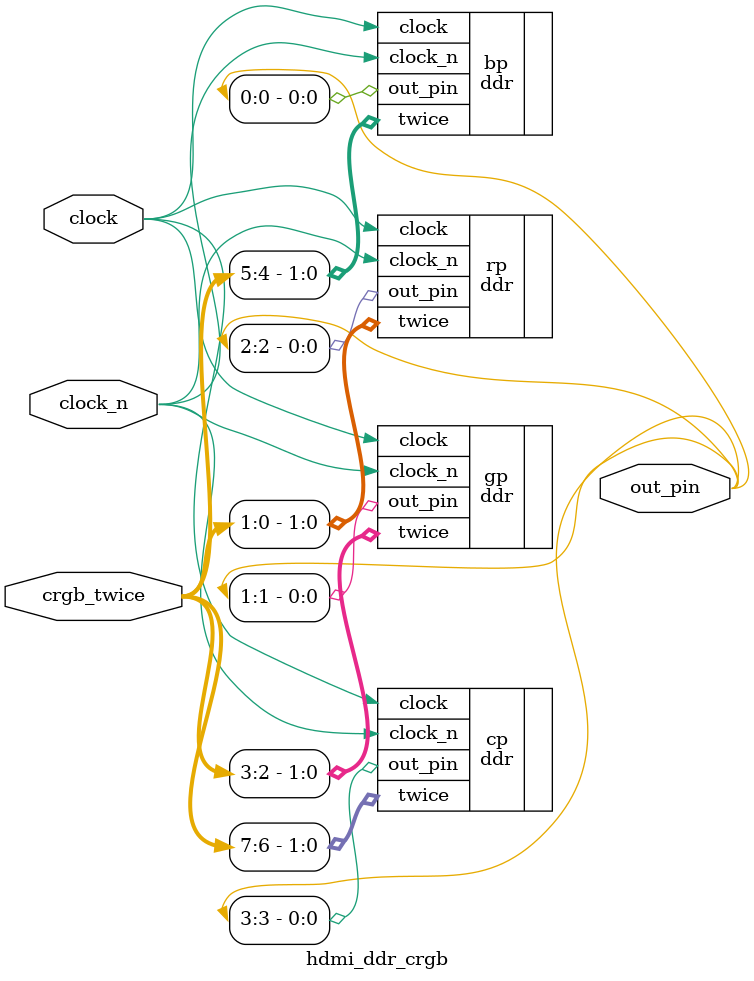
<source format=v>
module hdmi_ddr_crgb(
        input         clock,
        input         clock_n,
        input   [7:0] crgb_twice,
        output  [3:0] out_pin
    );

  ddr rp(
    .clock(clock),
    .clock_n(clock_n),
    .twice(crgb_twice[0+:2]),
    .out_pin(out_pin[2+:1])
  );

  ddr gp(
    .clock(clock),
    .clock_n(clock_n),
    .twice(crgb_twice[2+:2]),
    .out_pin(out_pin[1+:1])
  );

  ddr bp(
    .clock(clock),
    .clock_n(clock_n),
    .twice(crgb_twice[4+:2]),
    .out_pin(out_pin[0+:1])
  );

  ddr cp(
    .clock(clock),
    .clock_n(clock_n),
    .twice(crgb_twice[6+:2]),
    .out_pin(out_pin[3+:1])
  );

endmodule

</source>
